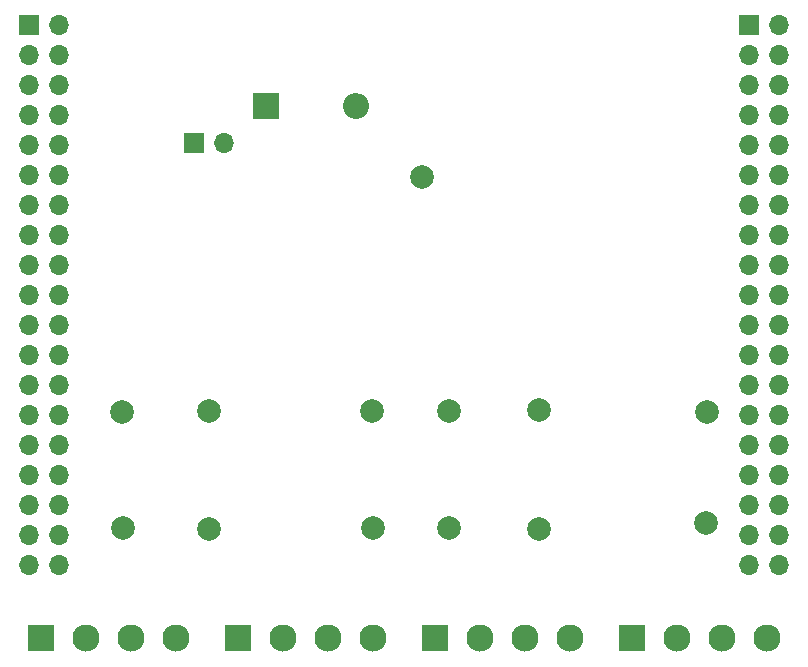
<source format=gbs>
%TF.GenerationSoftware,KiCad,Pcbnew,6.0.11-2627ca5db0~126~ubuntu22.04.1*%
%TF.CreationDate,2023-09-22T10:59:18+02:00*%
%TF.ProjectId,nucleo_f302r8_extension,6e75636c-656f-45f6-9633-303272385f65,0.1*%
%TF.SameCoordinates,Original*%
%TF.FileFunction,Soldermask,Bot*%
%TF.FilePolarity,Negative*%
%FSLAX46Y46*%
G04 Gerber Fmt 4.6, Leading zero omitted, Abs format (unit mm)*
G04 Created by KiCad (PCBNEW 6.0.11-2627ca5db0~126~ubuntu22.04.1) date 2023-09-22 10:59:18*
%MOMM*%
%LPD*%
G01*
G04 APERTURE LIST*
%ADD10R,1.700000X1.700000*%
%ADD11O,1.700000X1.700000*%
%ADD12R,1.524000X1.524000*%
%ADD13C,1.524000*%
%ADD14C,2.000000*%
%ADD15R,2.300000X2.300000*%
%ADD16C,2.300000*%
%ADD17R,2.200000X2.200000*%
%ADD18O,2.200000X2.200000*%
G04 APERTURE END LIST*
D10*
%TO.C,J5*%
X60900000Y-82200000D03*
D11*
X63440000Y-82200000D03*
%TD*%
D12*
%TO.C,JP17*%
X60900000Y-82200000D03*
D13*
X63440000Y-82200000D03*
%TD*%
D14*
%TO.C,TP2*%
X76000000Y-104900000D03*
%TD*%
D15*
%TO.C,J1*%
X47939200Y-124100000D03*
D16*
X51749200Y-124100000D03*
X55559200Y-124100000D03*
X59369200Y-124100000D03*
%TD*%
D14*
%TO.C,TP9*%
X90137500Y-114900000D03*
%TD*%
D10*
%TO.C,J10*%
X107950000Y-72272200D03*
D11*
X110490000Y-72272200D03*
X107950000Y-74812200D03*
X110490000Y-74812200D03*
X107950000Y-77352200D03*
X110490000Y-77352200D03*
X107950000Y-79892200D03*
X110490000Y-79892200D03*
X107950000Y-82432200D03*
X110490000Y-82432200D03*
X107950000Y-84972200D03*
X110490000Y-84972200D03*
X107950000Y-87512200D03*
X110490000Y-87512200D03*
X107950000Y-90052200D03*
X110490000Y-90052200D03*
X107950000Y-92592200D03*
X110490000Y-92592200D03*
X107950000Y-95132200D03*
X110490000Y-95132200D03*
X107950000Y-97672200D03*
X110490000Y-97672200D03*
X107950000Y-100212200D03*
X110490000Y-100212200D03*
X107950000Y-102752200D03*
X110490000Y-102752200D03*
X107950000Y-105292200D03*
X110490000Y-105292200D03*
X107950000Y-107832200D03*
X110490000Y-107832200D03*
X107950000Y-110372200D03*
X110490000Y-110372200D03*
X107950000Y-112912200D03*
X110490000Y-112912200D03*
X107950000Y-115452200D03*
X110490000Y-115452200D03*
X107950000Y-117992200D03*
X110490000Y-117992200D03*
%TD*%
D15*
%TO.C,J2*%
X64639200Y-124100000D03*
D16*
X68449200Y-124100000D03*
X72259200Y-124100000D03*
X76069200Y-124100000D03*
%TD*%
D14*
%TO.C,TP13*%
X80200000Y-85100000D03*
%TD*%
D15*
%TO.C,J3*%
X81339200Y-124100000D03*
D16*
X85149200Y-124100000D03*
X88959200Y-124100000D03*
X92769200Y-124100000D03*
%TD*%
D14*
%TO.C,TP7*%
X104300000Y-114400000D03*
%TD*%
D10*
%TO.C,J7*%
X46990000Y-72272200D03*
D11*
X49530000Y-72272200D03*
X46990000Y-74812200D03*
X49530000Y-74812200D03*
X46990000Y-77352200D03*
X49530000Y-77352200D03*
X46990000Y-79892200D03*
X49530000Y-79892200D03*
X46990000Y-82432200D03*
X49530000Y-82432200D03*
X46990000Y-84972200D03*
X49530000Y-84972200D03*
X46990000Y-87512200D03*
X49530000Y-87512200D03*
X46990000Y-90052200D03*
X49530000Y-90052200D03*
X46990000Y-92592200D03*
X49530000Y-92592200D03*
X46990000Y-95132200D03*
X49530000Y-95132200D03*
X46990000Y-97672200D03*
X49530000Y-97672200D03*
X46990000Y-100212200D03*
X49530000Y-100212200D03*
X46990000Y-102752200D03*
X49530000Y-102752200D03*
X46990000Y-105292200D03*
X49530000Y-105292200D03*
X46990000Y-107832200D03*
X49530000Y-107832200D03*
X46990000Y-110372200D03*
X49530000Y-110372200D03*
X46990000Y-112912200D03*
X49530000Y-112912200D03*
X46990000Y-115452200D03*
X49530000Y-115452200D03*
X46990000Y-117992200D03*
X49530000Y-117992200D03*
%TD*%
D14*
%TO.C,TP4*%
X62200000Y-104900000D03*
%TD*%
%TO.C,TP5*%
X54900000Y-114800000D03*
%TD*%
%TO.C,TP1*%
X76100000Y-114800000D03*
%TD*%
%TO.C,TP10*%
X90137500Y-104850000D03*
%TD*%
%TO.C,TP3*%
X62200000Y-114900000D03*
%TD*%
%TO.C,TP11*%
X82537500Y-114800000D03*
%TD*%
%TO.C,TP8*%
X104400000Y-105000000D03*
%TD*%
D15*
%TO.C,J4*%
X98039200Y-124100000D03*
D16*
X101849200Y-124100000D03*
X105659200Y-124100000D03*
X109469200Y-124100000D03*
%TD*%
D14*
%TO.C,TP12*%
X82500000Y-104950000D03*
%TD*%
%TO.C,TP6*%
X54800000Y-105000000D03*
%TD*%
D17*
%TO.C,D1*%
X66990000Y-79100000D03*
D18*
X74610000Y-79100000D03*
%TD*%
M02*

</source>
